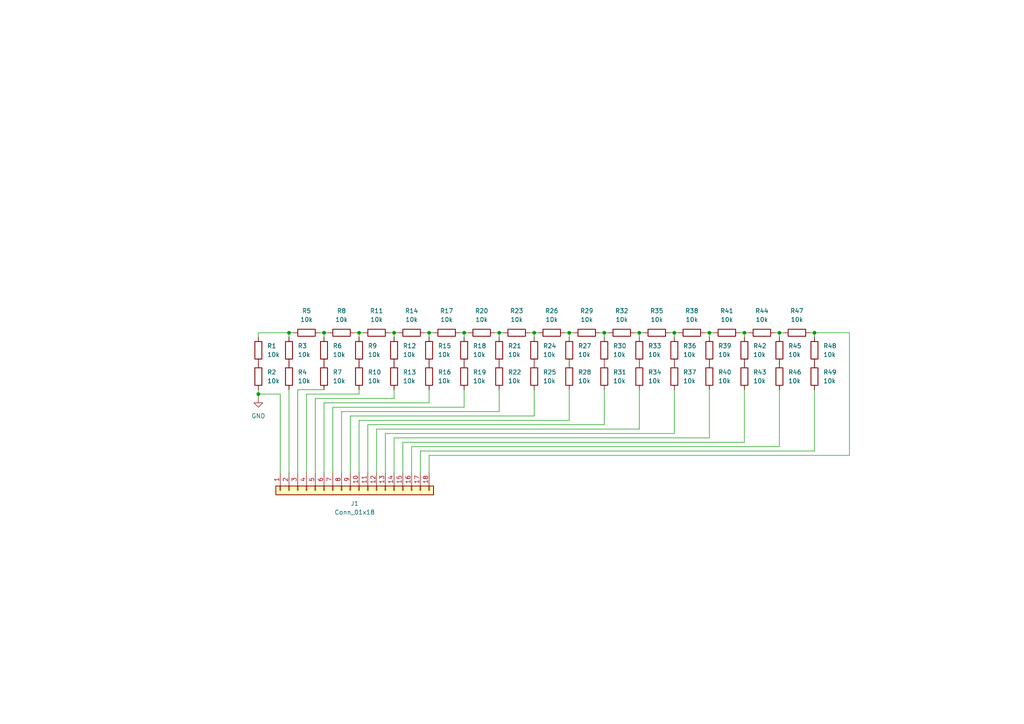
<source format=kicad_sch>
(kicad_sch (version 20230121) (generator eeschema)
  (paper "A4")
  (title_block (title "R2-Ladder-DAC") (date "2023-11-20") (rev "v1") (comment 4 "Author: AlexanderHD27"))
  (lib_symbols
    (symbol "Connector_Generic:Conn_01x18" (pin_names (offset 1.016) hide)
      (property "Reference" "J" (at 0 22.86 0))
      (property "Value" "Conn_01x18" (at 0 -25.4 0))
      (symbol "Conn_01x18_1_1"
        (rectangle (start -1.27 -22.733) (end 0 -22.987) (stroke (width 0.1524)))
        (rectangle (start -1.27 -20.193) (end 0 -20.447) (stroke (width 0.1524)))
        (rectangle (start -1.27 -17.653) (end 0 -17.907) (stroke (width 0.1524)))
        (rectangle (start -1.27 -15.113) (end 0 -15.367) (stroke (width 0.1524)))
        (rectangle (start -1.27 -12.573) (end 0 -12.827) (stroke (width 0.1524)))
        (rectangle (start -1.27 -10.033) (end 0 -10.287) (stroke (width 0.1524)))
        (rectangle (start -1.27 -7.493) (end 0 -7.747) (stroke (width 0.1524)))
        (rectangle (start -1.27 -4.953) (end 0 -5.207) (stroke (width 0.1524)))
        (rectangle (start -1.27 -2.413) (end 0 -2.667) (stroke (width 0.1524)))
        (rectangle (start -1.27 0.127) (end 0 -0.127) (stroke (width 0.1524)))
        (rectangle (start -1.27 2.667) (end 0 2.413) (stroke (width 0.1524)))
        (rectangle (start -1.27 5.207) (end 0 4.953) (stroke (width 0.1524)))
        (rectangle (start -1.27 7.747) (end 0 7.493) (stroke (width 0.1524)))
        (rectangle (start -1.27 10.287) (end 0 10.033) (stroke (width 0.1524)))
        (rectangle (start -1.27 12.827) (end 0 12.573) (stroke (width 0.1524)))
        (rectangle (start -1.27 15.367) (end 0 15.113) (stroke (width 0.1524)))
        (rectangle (start -1.27 17.907) (end 0 17.653) (stroke (width 0.1524)))
        (rectangle (start -1.27 20.447) (end 0 20.193) (stroke (width 0.1524)))
        (rectangle (start -1.27 21.59) (end 1.27 -24.13) (stroke (width 0.254)) (fill (type background)))
        (pin passive line (at -5.08 20.32 0) (length 3.81) (name "Pin_1") (number "1"))
        (pin passive line (at -5.08 -2.54 0) (length 3.81) (name "Pin_10") (number "10"))
        (pin passive line (at -5.08 -5.08 0) (length 3.81) (name "Pin_11") (number "11"))
        (pin passive line (at -5.08 -7.62 0) (length 3.81) (name "Pin_12") (number "12"))
        (pin passive line (at -5.08 -10.16 0) (length 3.81) (name "Pin_13") (number "13"))
        (pin passive line (at -5.08 -12.7 0) (length 3.81) (name "Pin_14") (number "14"))
        (pin passive line (at -5.08 -15.24 0) (length 3.81) (name "Pin_15") (number "15"))
        (pin passive line (at -5.08 -17.78 0) (length 3.81) (name "Pin_16") (number "16"))
        (pin passive line (at -5.08 -20.32 0) (length 3.81) (name "Pin_17") (number "17"))
        (pin passive line (at -5.08 -22.86 0) (length 3.81) (name "Pin_18") (number "18"))
        (pin passive line (at -5.08 17.78 0) (length 3.81) (name "Pin_2") (number "2"))
        (pin passive line (at -5.08 15.24 0) (length 3.81) (name "Pin_3") (number "3"))
        (pin passive line (at -5.08 12.7 0) (length 3.81) (name "Pin_4") (number "4"))
        (pin passive line (at -5.08 10.16 0) (length 3.81) (name "Pin_5") (number "5"))
        (pin passive line (at -5.08 7.62 0) (length 3.81) (name "Pin_6") (number "6"))
        (pin passive line (at -5.08 5.08 0) (length 3.81) (name "Pin_7") (number "7"))
        (pin passive line (at -5.08 2.54 0) (length 3.81) (name "Pin_8") (number "8"))
        (pin passive line (at -5.08 0 0) (length 3.81) (name "Pin_9") (number "9"))
      )
    )
    (symbol "Device:R" (pin_numbers hide) (pin_names (offset 0))
      (property "Reference" "R" (at 2.032 0 90))
      (property "Value" "R" (at 0 0 90))
      (symbol "R_0_1"
        (rectangle (start -1.016 -2.54) (end 1.016 2.54) (stroke (width 0.254)))
      )
      (symbol "R_1_1"
        (pin passive line (at 0 3.81 270) (length 1.27) (name "~") (number "1"))
        (pin passive line (at 0 -3.81 90) (length 1.27) (name "~") (number "2"))
      )
    )
    (symbol "power:GND" (power) (pin_names (offset 0))
      (property "Value" "GND" (at 0 -3.81 0))
      (symbol "GND_0_1"
        (polyline (pts (xy 0 0) (xy 0 -1.27) (xy 1.27 -1.27) (xy 0 -2.54) (xy -1.27 -1.27) (xy 0 -1.27)))
      )
      (symbol "GND_1_1"
        (pin power_in line (at 0 0 270) (length 0) hide (name "GND") (number "1"))
      )
    )
  )
  (junction (at 165.1 96.52))
  (junction (at 185.42 96.52))
  (junction (at 236.22 96.52))
  (junction (at 205.74 96.52))
  (junction (at 83.82 96.52))
  (junction (at 175.26 96.52))
  (junction (at 154.94 96.52))
  (junction (at 226.06 96.52))
  (junction (at 144.78 96.52))
  (junction (at 114.3 96.52))
  (junction (at 134.62 96.52))
  (junction (at 93.98 96.52))
  (junction (at 124.46 96.52))
  (junction (at 195.58 96.52))
  (junction (at 215.9 96.52))
  (junction (at 74.93 114.3))
  (junction (at 104.14 96.52))
  (wire (pts (xy 154.94 96.52) (xy 154.94 97.79)))
  (wire (pts (xy 124.46 113.03) (xy 124.46 116.84)))
  (wire (pts (xy 205.74 127) (xy 205.74 113.03)))
  (wire (pts (xy 175.26 123.19) (xy 175.26 113.03)))
  (wire (pts (xy 165.1 96.52) (xy 166.37 96.52)))
  (wire (pts (xy 91.44 137.16) (xy 91.44 115.57)))
  (wire (pts (xy 114.3 96.52) (xy 115.57 96.52)))
  (wire (pts (xy 185.42 124.46) (xy 185.42 113.03)))
  (wire (pts (xy 111.76 137.16) (xy 111.76 125.73)))
  (wire (pts (xy 195.58 96.52) (xy 195.58 97.79)))
  (wire (pts (xy 144.78 96.52) (xy 144.78 97.79)))
  (wire (pts (xy 113.03 96.52) (xy 114.3 96.52)))
  (wire (pts (xy 96.52 137.16) (xy 96.52 118.11)))
  (wire (pts (xy 91.44 115.57) (xy 114.3 115.57)))
  (wire (pts (xy 236.22 130.81) (xy 236.22 113.03)))
  (wire (pts (xy 116.84 128.27) (xy 215.9 128.27)))
  (wire (pts (xy 104.14 137.16) (xy 104.14 121.92)))
  (wire (pts (xy 111.76 125.73) (xy 195.58 125.73)))
  (wire (pts (xy 154.94 120.65) (xy 154.94 113.03)))
  (wire (pts (xy 119.38 129.54) (xy 226.06 129.54)))
  (wire (pts (xy 114.3 127) (xy 205.74 127)))
  (wire (pts (xy 106.68 123.19) (xy 175.26 123.19)))
  (wire (pts (xy 104.14 96.52) (xy 104.14 97.79)))
  (wire (pts (xy 121.92 137.16) (xy 121.92 130.81)))
  (wire (pts (xy 101.6 120.65) (xy 154.94 120.65)))
  (wire (pts (xy 83.82 113.03) (xy 83.82 137.16)))
  (wire (pts (xy 144.78 119.38) (xy 144.78 113.03)))
  (wire (pts (xy 195.58 125.73) (xy 195.58 113.03)))
  (wire (pts (xy 74.93 114.3) (xy 74.93 113.03)))
  (wire (pts (xy 143.51 96.52) (xy 144.78 96.52)))
  (wire (pts (xy 93.98 137.16) (xy 93.98 116.84)))
  (wire (pts (xy 99.06 137.16) (xy 99.06 119.38)))
  (wire (pts (xy 163.83 96.52) (xy 165.1 96.52)))
  (wire (pts (xy 215.9 128.27) (xy 215.9 113.03)))
  (wire (pts (xy 215.9 96.52) (xy 215.9 97.79)))
  (wire (pts (xy 124.46 96.52) (xy 125.73 96.52)))
  (wire (pts (xy 83.82 96.52) (xy 85.09 96.52)))
  (wire (pts (xy 96.52 118.11) (xy 134.62 118.11)))
  (wire (pts (xy 109.22 124.46) (xy 185.42 124.46)))
  (wire (pts (xy 83.82 96.52) (xy 74.93 96.52)))
  (wire (pts (xy 214.63 96.52) (xy 215.9 96.52)))
  (wire (pts (xy 116.84 137.16) (xy 116.84 128.27)))
  (wire (pts (xy 101.6 137.16) (xy 101.6 120.65)))
  (wire (pts (xy 104.14 121.92) (xy 165.1 121.92)))
  (wire (pts (xy 224.79 96.52) (xy 226.06 96.52)))
  (wire (pts (xy 215.9 96.52) (xy 217.17 96.52)))
  (wire (pts (xy 246.38 96.52) (xy 236.22 96.52)))
  (wire (pts (xy 124.46 132.08) (xy 246.38 132.08)))
  (wire (pts (xy 144.78 96.52) (xy 146.05 96.52)))
  (wire (pts (xy 234.95 96.52) (xy 236.22 96.52)))
  (wire (pts (xy 81.28 114.3) (xy 81.28 137.16)))
  (wire (pts (xy 134.62 96.52) (xy 135.89 96.52)))
  (wire (pts (xy 88.9 114.3) (xy 104.14 114.3)))
  (wire (pts (xy 74.93 96.52) (xy 74.93 97.79)))
  (wire (pts (xy 124.46 137.16) (xy 124.46 132.08)))
  (wire (pts (xy 88.9 137.16) (xy 88.9 114.3)))
  (wire (pts (xy 194.31 96.52) (xy 195.58 96.52)))
  (wire (pts (xy 153.67 96.52) (xy 154.94 96.52)))
  (wire (pts (xy 173.99 96.52) (xy 175.26 96.52)))
  (wire (pts (xy 175.26 96.52) (xy 176.53 96.52)))
  (wire (pts (xy 74.93 114.3) (xy 74.93 115.57)))
  (wire (pts (xy 93.98 116.84) (xy 124.46 116.84)))
  (wire (pts (xy 114.3 115.57) (xy 114.3 113.03)))
  (wire (pts (xy 195.58 96.52) (xy 196.85 96.52)))
  (wire (pts (xy 92.71 96.52) (xy 93.98 96.52)))
  (wire (pts (xy 205.74 96.52) (xy 205.74 97.79)))
  (wire (pts (xy 99.06 119.38) (xy 144.78 119.38)))
  (wire (pts (xy 102.87 96.52) (xy 104.14 96.52)))
  (wire (pts (xy 165.1 96.52) (xy 165.1 97.79)))
  (wire (pts (xy 114.3 137.16) (xy 114.3 127)))
  (wire (pts (xy 86.36 137.16) (xy 86.36 113.03)))
  (wire (pts (xy 86.36 113.03) (xy 93.98 113.03)))
  (wire (pts (xy 236.22 96.52) (xy 236.22 97.79)))
  (wire (pts (xy 165.1 121.92) (xy 165.1 113.03)))
  (wire (pts (xy 124.46 96.52) (xy 124.46 97.79)))
  (wire (pts (xy 106.68 137.16) (xy 106.68 123.19)))
  (wire (pts (xy 205.74 96.52) (xy 207.01 96.52)))
  (wire (pts (xy 123.19 96.52) (xy 124.46 96.52)))
  (wire (pts (xy 154.94 96.52) (xy 156.21 96.52)))
  (wire (pts (xy 226.06 129.54) (xy 226.06 113.03)))
  (wire (pts (xy 184.15 96.52) (xy 185.42 96.52)))
  (wire (pts (xy 121.92 130.81) (xy 236.22 130.81)))
  (wire (pts (xy 185.42 96.52) (xy 185.42 97.79)))
  (wire (pts (xy 104.14 96.52) (xy 105.41 96.52)))
  (wire (pts (xy 204.47 96.52) (xy 205.74 96.52)))
  (wire (pts (xy 109.22 137.16) (xy 109.22 124.46)))
  (wire (pts (xy 93.98 96.52) (xy 93.98 97.79)))
  (wire (pts (xy 134.62 118.11) (xy 134.62 113.03)))
  (wire (pts (xy 185.42 96.52) (xy 186.69 96.52)))
  (wire (pts (xy 226.06 96.52) (xy 226.06 97.79)))
  (wire (pts (xy 133.35 96.52) (xy 134.62 96.52)))
  (wire (pts (xy 114.3 96.52) (xy 114.3 97.79)))
  (wire (pts (xy 93.98 96.52) (xy 95.25 96.52)))
  (wire (pts (xy 74.93 114.3) (xy 81.28 114.3)))
  (wire (pts (xy 246.38 132.08) (xy 246.38 96.52)))
  (wire (pts (xy 104.14 114.3) (xy 104.14 113.03)))
  (wire (pts (xy 83.82 96.52) (xy 83.82 97.79)))
  (wire (pts (xy 226.06 96.52) (xy 227.33 96.52)))
  (wire (pts (xy 119.38 137.16) (xy 119.38 129.54)))
  (wire (pts (xy 175.26 96.52) (xy 175.26 97.79)))
  (wire (pts (xy 134.62 96.52) (xy 134.62 97.79)))
  (symbol (lib_id "Device:R") (at 231.14 96.52 90) (unit 1)
    (property "Reference" "R47" (at 231.14 90.17 90))
    (property "Value" "10k" (at 231.14 92.71 90))
    (property "Footprint" "Resistor_SMD:R_1206_3216Metric" (effects hide))
  )
  (symbol (lib_id "Device:R") (at 185.42 109.22 0) (unit 1)
    (property "Reference" "R34" (at 187.96 107.95 0) (effects (justify left)))
    (property "Value" "10k" (at 187.96 110.49 0) (effects (justify left)))
    (property "Footprint" "Resistor_SMD:R_1206_3216Metric" (effects hide))
  )
  (symbol (lib_id "Device:R") (at 74.93 101.6 0) (unit 1)
    (property "Reference" "R1" (at 77.47 100.33 0) (effects (justify left)))
    (property "Value" "10k" (at 77.47 102.87 0) (effects (justify left)))
    (property "Footprint" "Resistor_SMD:R_1206_3216Metric" (effects hide))
  )
  (symbol (lib_id "Device:R") (at 114.3 101.6 0) (unit 1)
    (property "Reference" "R12" (at 116.84 100.33 0) (effects (justify left)))
    (property "Value" "10k" (at 116.84 102.87 0) (effects (justify left)))
    (property "Footprint" "Resistor_SMD:R_1206_3216Metric" (effects hide))
  )
  (symbol (lib_id "Device:R") (at 210.82 96.52 90) (unit 1)
    (property "Reference" "R41" (at 210.82 90.17 90))
    (property "Value" "10k" (at 210.82 92.71 90))
    (property "Footprint" "Resistor_SMD:R_1206_3216Metric" (effects hide))
  )
  (symbol (lib_id "Device:R") (at 129.54 96.52 90) (unit 1)
    (property "Reference" "R17" (at 129.54 90.17 90))
    (property "Value" "10k" (at 129.54 92.71 90))
    (property "Footprint" "Resistor_SMD:R_1206_3216Metric" (effects hide))
  )
  (symbol (lib_id "Device:R") (at 144.78 109.22 0) (unit 1)
    (property "Reference" "R22" (at 147.32 107.95 0) (effects (justify left)))
    (property "Value" "10k" (at 147.32 110.49 0) (effects (justify left)))
    (property "Footprint" "Resistor_SMD:R_1206_3216Metric" (effects hide))
  )
  (symbol (lib_id "Device:R") (at 109.22 96.52 90) (unit 1)
    (property "Reference" "R11" (at 109.22 90.17 90))
    (property "Value" "10k" (at 109.22 92.71 90))
    (property "Footprint" "Resistor_SMD:R_1206_3216Metric" (effects hide))
  )
  (symbol (lib_id "Device:R") (at 200.66 96.52 90) (unit 1)
    (property "Reference" "R38" (at 200.66 90.17 90))
    (property "Value" "10k" (at 200.66 92.71 90))
    (property "Footprint" "Resistor_SMD:R_1206_3216Metric" (effects hide))
  )
  (symbol (lib_id "Device:R") (at 205.74 109.22 0) (unit 1)
    (property "Reference" "R40" (at 208.28 107.95 0) (effects (justify left)))
    (property "Value" "10k" (at 208.28 110.49 0) (effects (justify left)))
    (property "Footprint" "Resistor_SMD:R_1206_3216Metric" (effects hide))
  )
  (symbol (lib_id "Device:R") (at 160.02 96.52 90) (unit 1)
    (property "Reference" "R26" (at 160.02 90.17 90))
    (property "Value" "10k" (at 160.02 92.71 90))
    (property "Footprint" "Resistor_SMD:R_1206_3216Metric" (effects hide))
  )
  (symbol (lib_id "Device:R") (at 154.94 109.22 0) (unit 1)
    (property "Reference" "R25" (at 157.48 107.95 0) (effects (justify left)))
    (property "Value" "10k" (at 157.48 110.49 0) (effects (justify left)))
    (property "Footprint" "Resistor_SMD:R_1206_3216Metric" (effects hide))
  )
  (symbol (lib_id "Connector_Generic:Conn_01x18") (at 101.6 142.24 90) (mirror x) (unit 1)
    (property "Reference" "J1" (at 102.87 146.05 90))
    (property "Value" "Conn_01x18" (at 102.87 148.59 90))
    (property "Footprint" "Connector_PinHeader_2.54mm:PinHeader_1x18_P2.54mm_Horizontal" (effects hide))
  )
  (symbol (lib_id "Device:R") (at 104.14 109.22 0) (unit 1)
    (property "Reference" "R10" (at 106.68 107.95 0) (effects (justify left)))
    (property "Value" "10k" (at 106.68 110.49 0) (effects (justify left)))
    (property "Footprint" "Resistor_SMD:R_1206_3216Metric" (effects hide))
  )
  (symbol (lib_id "Device:R") (at 226.06 109.22 0) (unit 1)
    (property "Reference" "R46" (at 228.6 107.95 0) (effects (justify left)))
    (property "Value" "10k" (at 228.6 110.49 0) (effects (justify left)))
    (property "Footprint" "Resistor_SMD:R_1206_3216Metric" (effects hide))
  )
  (symbol (lib_id "Device:R") (at 93.98 109.22 0) (unit 1)
    (property "Reference" "R7" (at 96.52 107.95 0) (effects (justify left)))
    (property "Value" "10k" (at 96.52 110.49 0) (effects (justify left)))
    (property "Footprint" "Resistor_SMD:R_1206_3216Metric" (effects hide))
  )
  (symbol (lib_id "Device:R") (at 139.7 96.52 90) (unit 1)
    (property "Reference" "R20" (at 139.7 90.17 90))
    (property "Value" "10k" (at 139.7 92.71 90))
    (property "Footprint" "Resistor_SMD:R_1206_3216Metric" (effects hide))
  )
  (symbol (lib_id "Device:R") (at 104.14 101.6 0) (unit 1)
    (property "Reference" "R9" (at 106.68 100.33 0) (effects (justify left)))
    (property "Value" "10k" (at 106.68 102.87 0) (effects (justify left)))
    (property "Footprint" "Resistor_SMD:R_1206_3216Metric" (effects hide))
  )
  (symbol (lib_id "Device:R") (at 83.82 101.6 0) (unit 1)
    (property "Reference" "R3" (at 86.36 100.33 0) (effects (justify left)))
    (property "Value" "10k" (at 86.36 102.87 0) (effects (justify left)))
    (property "Footprint" "Resistor_SMD:R_1206_3216Metric" (effects hide))
  )
  (symbol (lib_id "Device:R") (at 175.26 101.6 0) (unit 1)
    (property "Reference" "R30" (at 177.8 100.33 0) (effects (justify left)))
    (property "Value" "10k" (at 177.8 102.87 0) (effects (justify left)))
    (property "Footprint" "Resistor_SMD:R_1206_3216Metric" (effects hide))
  )
  (symbol (lib_id "Device:R") (at 236.22 109.22 0) (unit 1)
    (property "Reference" "R49" (at 238.76 107.95 0) (effects (justify left)))
    (property "Value" "10k" (at 238.76 110.49 0) (effects (justify left)))
    (property "Footprint" "Resistor_SMD:R_1206_3216Metric" (effects hide))
  )
  (symbol (lib_id "Device:R") (at 124.46 101.6 0) (unit 1)
    (property "Reference" "R15" (at 127 100.33 0) (effects (justify left)))
    (property "Value" "10k" (at 127 102.87 0) (effects (justify left)))
    (property "Footprint" "Resistor_SMD:R_1206_3216Metric" (effects hide))
  )
  (symbol (lib_id "Device:R") (at 165.1 101.6 0) (unit 1)
    (property "Reference" "R27" (at 167.64 100.33 0) (effects (justify left)))
    (property "Value" "10k" (at 167.64 102.87 0) (effects (justify left)))
    (property "Footprint" "Resistor_SMD:R_1206_3216Metric" (effects hide))
  )
  (symbol (lib_id "Device:R") (at 195.58 101.6 0) (unit 1)
    (property "Reference" "R36" (at 198.12 100.33 0) (effects (justify left)))
    (property "Value" "10k" (at 198.12 102.87 0) (effects (justify left)))
    (property "Footprint" "Resistor_SMD:R_1206_3216Metric" (effects hide))
  )
  (symbol (lib_id "Device:R") (at 119.38 96.52 90) (unit 1)
    (property "Reference" "R14" (at 119.38 90.17 90))
    (property "Value" "10k" (at 119.38 92.71 90))
    (property "Footprint" "Resistor_SMD:R_1206_3216Metric" (effects hide))
  )
  (symbol (lib_id "Device:R") (at 154.94 101.6 0) (unit 1)
    (property "Reference" "R24" (at 157.48 100.33 0) (effects (justify left)))
    (property "Value" "10k" (at 157.48 102.87 0) (effects (justify left)))
    (property "Footprint" "Resistor_SMD:R_1206_3216Metric" (effects hide))
  )
  (symbol (lib_id "Device:R") (at 220.98 96.52 90) (unit 1)
    (property "Reference" "R44" (at 220.98 90.17 90))
    (property "Value" "10k" (at 220.98 92.71 90))
    (property "Footprint" "Resistor_SMD:R_1206_3216Metric" (effects hide))
  )
  (symbol (lib_id "Device:R") (at 185.42 101.6 0) (unit 1)
    (property "Reference" "R33" (at 187.96 100.33 0) (effects (justify left)))
    (property "Value" "10k" (at 187.96 102.87 0) (effects (justify left)))
    (property "Footprint" "Resistor_SMD:R_1206_3216Metric" (effects hide))
  )
  (symbol (lib_id "Device:R") (at 215.9 101.6 0) (unit 1)
    (property "Reference" "R42" (at 218.44 100.33 0) (effects (justify left)))
    (property "Value" "10k" (at 218.44 102.87 0) (effects (justify left)))
    (property "Footprint" "Resistor_SMD:R_1206_3216Metric" (effects hide))
  )
  (symbol (lib_id "Device:R") (at 149.86 96.52 90) (unit 1)
    (property "Reference" "R23" (at 149.86 90.17 90))
    (property "Value" "10k" (at 149.86 92.71 90))
    (property "Footprint" "Resistor_SMD:R_1206_3216Metric" (effects hide))
  )
  (symbol (lib_id "Device:R") (at 114.3 109.22 0) (unit 1)
    (property "Reference" "R13" (at 116.84 107.95 0) (effects (justify left)))
    (property "Value" "10k" (at 116.84 110.49 0) (effects (justify left)))
    (property "Footprint" "Resistor_SMD:R_1206_3216Metric" (effects hide))
  )
  (symbol (lib_id "Device:R") (at 88.9 96.52 90) (unit 1)
    (property "Reference" "R5" (at 88.9 90.17 90))
    (property "Value" "10k" (at 88.9 92.71 90))
    (property "Footprint" "Resistor_SMD:R_1206_3216Metric" (effects hide))
  )
  (symbol (lib_id "Device:R") (at 170.18 96.52 90) (unit 1)
    (property "Reference" "R29" (at 170.18 90.17 90))
    (property "Value" "10k" (at 170.18 92.71 90))
    (property "Footprint" "Resistor_SMD:R_1206_3216Metric" (effects hide))
  )
  (symbol (lib_id "Device:R") (at 180.34 96.52 90) (unit 1)
    (property "Reference" "R32" (at 180.34 90.17 90))
    (property "Value" "10k" (at 180.34 92.71 90))
    (property "Footprint" "Resistor_SMD:R_1206_3216Metric" (effects hide))
  )
  (symbol (lib_id "Device:R") (at 83.82 109.22 0) (unit 1)
    (property "Reference" "R4" (at 86.36 107.95 0) (effects (justify left)))
    (property "Value" "10k" (at 86.36 110.49 0) (effects (justify left)))
    (property "Footprint" "Resistor_SMD:R_1206_3216Metric" (effects hide))
  )
  (symbol (lib_id "Device:R") (at 205.74 101.6 0) (unit 1)
    (property "Reference" "R39" (at 208.28 100.33 0) (effects (justify left)))
    (property "Value" "10k" (at 208.28 102.87 0) (effects (justify left)))
    (property "Footprint" "Resistor_SMD:R_1206_3216Metric" (effects hide))
  )
  (symbol (lib_id "Device:R") (at 165.1 109.22 0) (unit 1)
    (property "Reference" "R28" (at 167.64 107.95 0) (effects (justify left)))
    (property "Value" "10k" (at 167.64 110.49 0) (effects (justify left)))
    (property "Footprint" "Resistor_SMD:R_1206_3216Metric" (effects hide))
  )
  (symbol (lib_id "Device:R") (at 215.9 109.22 0) (unit 1)
    (property "Reference" "R43" (at 218.44 107.95 0) (effects (justify left)))
    (property "Value" "10k" (at 218.44 110.49 0) (effects (justify left)))
    (property "Footprint" "Resistor_SMD:R_1206_3216Metric" (effects hide))
  )
  (symbol (lib_id "Device:R") (at 74.93 109.22 0) (unit 1)
    (property "Reference" "R2" (at 77.47 107.95 0) (effects (justify left)))
    (property "Value" "10k" (at 77.47 110.49 0) (effects (justify left)))
    (property "Footprint" "Resistor_SMD:R_1206_3216Metric" (effects hide))
  )
  (symbol (lib_id "Device:R") (at 134.62 101.6 0) (unit 1)
    (property "Reference" "R18" (at 137.16 100.33 0) (effects (justify left)))
    (property "Value" "10k" (at 137.16 102.87 0) (effects (justify left)))
    (property "Footprint" "Resistor_SMD:R_1206_3216Metric" (effects hide))
  )
  (symbol (lib_id "Device:R") (at 175.26 109.22 0) (unit 1)
    (property "Reference" "R31" (at 177.8 107.95 0) (effects (justify left)))
    (property "Value" "10k" (at 177.8 110.49 0) (effects (justify left)))
    (property "Footprint" "Resistor_SMD:R_1206_3216Metric" (effects hide))
  )
  (symbol (lib_id "power:GND") (at 74.93 115.57 0) (unit 1)
    (property "Reference" "#PWR01" (effects hide))
    (property "Value" "GND" (at 74.93 120.65 0))
  )
  (symbol (lib_id "Device:R") (at 144.78 101.6 0) (unit 1)
    (property "Reference" "R21" (at 147.32 100.33 0) (effects (justify left)))
    (property "Value" "10k" (at 147.32 102.87 0) (effects (justify left)))
    (property "Footprint" "Resistor_SMD:R_1206_3216Metric" (effects hide))
  )
  (symbol (lib_id "Device:R") (at 226.06 101.6 0) (unit 1)
    (property "Reference" "R45" (at 228.6 100.33 0) (effects (justify left)))
    (property "Value" "10k" (at 228.6 102.87 0) (effects (justify left)))
    (property "Footprint" "Resistor_SMD:R_1206_3216Metric" (effects hide))
  )
  (symbol (lib_id "Device:R") (at 134.62 109.22 0) (unit 1)
    (property "Reference" "R19" (at 137.16 107.95 0) (effects (justify left)))
    (property "Value" "10k" (at 137.16 110.49 0) (effects (justify left)))
    (property "Footprint" "Resistor_SMD:R_1206_3216Metric" (effects hide))
  )
  (symbol (lib_id "Device:R") (at 99.06 96.52 90) (unit 1)
    (property "Reference" "R8" (at 99.06 90.17 90))
    (property "Value" "10k" (at 99.06 92.71 90))
    (property "Footprint" "Resistor_SMD:R_1206_3216Metric" (effects hide))
  )
  (symbol (lib_id "Device:R") (at 236.22 101.6 0) (unit 1)
    (property "Reference" "R48" (at 238.76 100.33 0) (effects (justify left)))
    (property "Value" "10k" (at 238.76 102.87 0) (effects (justify left)))
    (property "Footprint" "Resistor_SMD:R_1206_3216Metric" (effects hide))
  )
  (symbol (lib_id "Device:R") (at 124.46 109.22 0) (unit 1)
    (property "Reference" "R16" (at 127 107.95 0) (effects (justify left)))
    (property "Value" "10k" (at 127 110.49 0) (effects (justify left)))
    (property "Footprint" "Resistor_SMD:R_1206_3216Metric" (effects hide))
  )
  (symbol (lib_id "Device:R") (at 190.5 96.52 90) (unit 1)
    (property "Reference" "R35" (at 190.5 90.17 90))
    (property "Value" "10k" (at 190.5 92.71 90))
    (property "Footprint" "Resistor_SMD:R_1206_3216Metric" (effects hide))
  )
  (symbol (lib_id "Device:R") (at 93.98 101.6 0) (unit 1)
    (property "Reference" "R6" (at 96.52 100.33 0) (effects (justify left)))
    (property "Value" "10k" (at 96.52 102.87 0) (effects (justify left)))
    (property "Footprint" "Resistor_SMD:R_1206_3216Metric" (effects hide))
  )
  (symbol (lib_id "Device:R") (at 195.58 109.22 0) (unit 1)
    (property "Reference" "R37" (at 198.12 107.95 0) (effects (justify left)))
    (property "Value" "10k" (at 198.12 110.49 0) (effects (justify left)))
    (property "Footprint" "Resistor_SMD:R_1206_3216Metric" (effects hide))
  )
)
</source>
